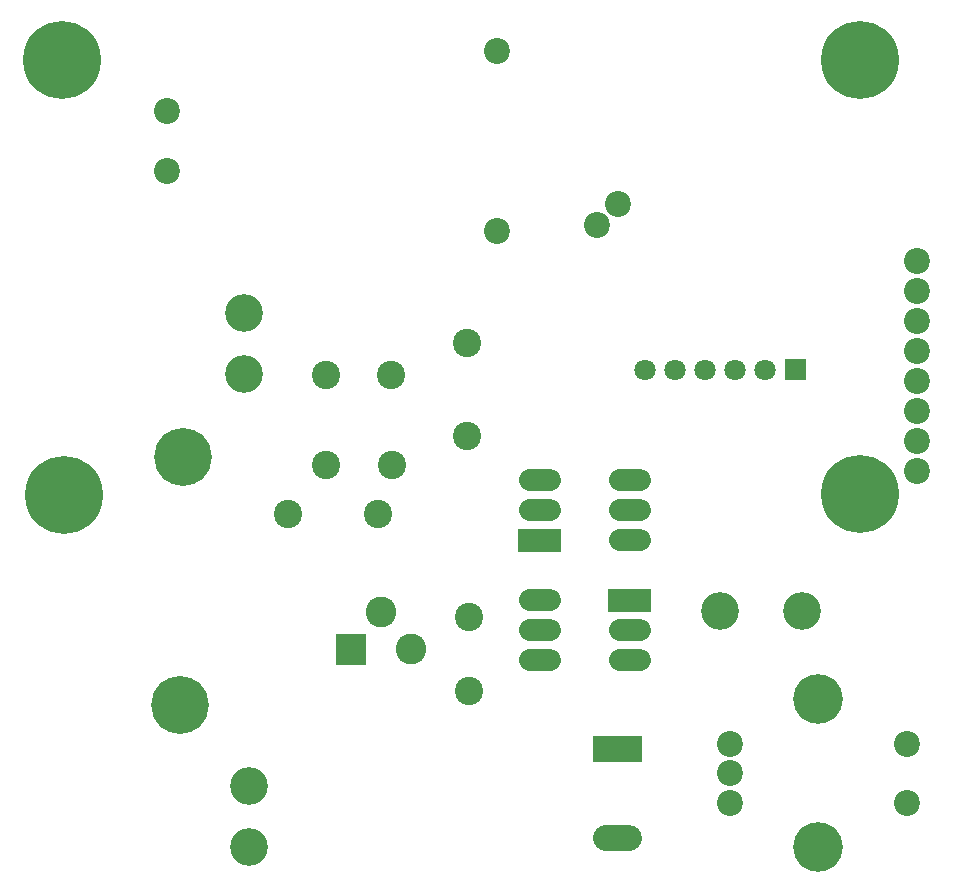
<source format=gbr>
%FSLAX34Y34*%
%MOMM*%
%LNSOLDERMASK_TOP*%
G71*
G01*
%ADD10C,1.800*%
%ADD11C,1.900*%
%ADD12C,2.400*%
%ADD13C,3.200*%
%ADD14C,2.600*%
%ADD15C,4.900*%
%ADD16C,2.200*%
%ADD17C,4.200*%
%ADD18C,2.200*%
%ADD19C,6.600*%
%ADD20C,0.800*%
%LPD*%
G36*
X663526Y446918D02*
X663526Y428918D01*
X645526Y428918D01*
X645526Y446918D01*
X663526Y446918D01*
G37*
X629127Y437918D02*
G54D10*
D03*
X603726Y437919D02*
G54D10*
D03*
X578326Y437919D02*
G54D10*
D03*
X552926Y437919D02*
G54D10*
D03*
X527526Y437919D02*
G54D10*
D03*
G54D11*
X505675Y344234D02*
X522675Y344234D01*
G54D11*
X429475Y318834D02*
X446475Y318834D01*
G54D11*
X505675Y318834D02*
X522675Y318834D01*
G54D11*
X429475Y344234D02*
X446475Y344234D01*
G54D11*
X505675Y293434D02*
X522675Y293434D01*
G54D11*
X429475Y191834D02*
X446475Y191834D01*
G54D11*
X505675Y217234D02*
X522675Y217234D01*
G54D11*
X429475Y217234D02*
X446475Y217234D01*
G54D11*
X505675Y191834D02*
X522675Y191834D01*
G54D11*
X429475Y242634D02*
X446475Y242634D01*
X225250Y315659D02*
G54D12*
D03*
X257000Y356934D02*
G54D12*
D03*
X312959Y356934D02*
G54D12*
D03*
X376447Y381780D02*
G54D12*
D03*
X257000Y433134D02*
G54D12*
D03*
X312563Y433134D02*
G54D12*
D03*
X376447Y460361D02*
G54D12*
D03*
X301450Y315659D02*
G54D12*
D03*
G36*
X419975Y302934D02*
X455975Y302934D01*
X455975Y283934D01*
X419975Y283934D01*
X419975Y302934D01*
G37*
G36*
X496175Y252134D02*
X532175Y252134D01*
X532175Y233134D01*
X496175Y233134D01*
X496175Y252134D01*
G37*
X191829Y33906D02*
G54D13*
D03*
X191830Y85907D02*
G54D13*
D03*
G36*
X291199Y214202D02*
X291199Y188202D01*
X265199Y188202D01*
X265199Y214202D01*
X291199Y214202D01*
G37*
X303599Y232952D02*
G54D14*
D03*
X328999Y201202D02*
G54D14*
D03*
X136338Y363901D02*
G54D15*
D03*
X133163Y154351D02*
G54D15*
D03*
X660496Y233410D02*
G54D13*
D03*
X591032Y233411D02*
G54D13*
D03*
X378485Y228298D02*
G54D12*
D03*
X378485Y165598D02*
G54D12*
D03*
X598890Y121450D02*
G54D16*
D03*
X598890Y71450D02*
G54D16*
D03*
X598890Y96450D02*
G54D16*
D03*
X748890Y121450D02*
G54D16*
D03*
X748890Y71450D02*
G54D16*
D03*
X673890Y158950D02*
G54D17*
D03*
X673890Y33950D02*
G54D17*
D03*
X402235Y555825D02*
G54D16*
D03*
X402234Y708224D02*
G54D16*
D03*
X122834Y657425D02*
G54D16*
D03*
X122834Y606625D02*
G54D16*
D03*
G54D18*
X493856Y41222D02*
X513856Y41222D01*
G36*
X482856Y128221D02*
X524856Y128221D01*
X524856Y106221D01*
X482856Y106221D01*
X482856Y128221D01*
G37*
X709155Y332456D02*
G54D19*
D03*
X685154Y332456D02*
G54D20*
D03*
X692184Y349426D02*
G54D20*
D03*
X709155Y356456D02*
G54D20*
D03*
X726125Y349426D02*
G54D20*
D03*
X733154Y332456D02*
G54D20*
D03*
X726125Y315485D02*
G54D20*
D03*
X709155Y308456D02*
G54D20*
D03*
X692184Y315485D02*
G54D20*
D03*
X709612Y699962D02*
G54D19*
D03*
X685611Y699962D02*
G54D20*
D03*
X692640Y716933D02*
G54D20*
D03*
X709611Y723962D02*
G54D20*
D03*
X726582Y716933D02*
G54D20*
D03*
X733611Y699962D02*
G54D20*
D03*
X726582Y682991D02*
G54D20*
D03*
X709611Y675962D02*
G54D20*
D03*
X692640Y682991D02*
G54D20*
D03*
X757573Y352300D02*
G54D16*
D03*
X757573Y377700D02*
G54D16*
D03*
X757573Y403100D02*
G54D16*
D03*
X757573Y428500D02*
G54D16*
D03*
X757573Y453900D02*
G54D16*
D03*
X757573Y479300D02*
G54D16*
D03*
X757573Y504700D02*
G54D16*
D03*
X757573Y530100D02*
G54D16*
D03*
X34924Y331662D02*
G54D19*
D03*
X10923Y331662D02*
G54D20*
D03*
X17953Y348633D02*
G54D20*
D03*
X34924Y355662D02*
G54D20*
D03*
X51894Y348633D02*
G54D20*
D03*
X58924Y331662D02*
G54D20*
D03*
X51894Y314692D02*
G54D20*
D03*
X34924Y307662D02*
G54D20*
D03*
X17953Y314692D02*
G54D20*
D03*
X33336Y699962D02*
G54D19*
D03*
X9336Y699962D02*
G54D20*
D03*
X16366Y716933D02*
G54D20*
D03*
X33336Y723962D02*
G54D20*
D03*
X50306Y716933D02*
G54D20*
D03*
X57336Y699962D02*
G54D20*
D03*
X50306Y682992D02*
G54D20*
D03*
X33336Y675962D02*
G54D20*
D03*
X16366Y682992D02*
G54D20*
D03*
X187464Y433956D02*
G54D13*
D03*
X187464Y485957D02*
G54D13*
D03*
X504280Y578100D02*
G54D16*
D03*
X486319Y560139D02*
G54D16*
D03*
M02*

</source>
